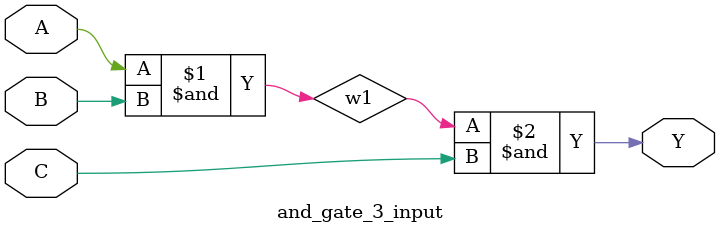
<source format=v>
module and_gate_3_input (input A, input B, input C, output Y);
    wire w1;
    and g1(w1, A, B);
    and g2(Y, w1, C);
endmodule
</source>
